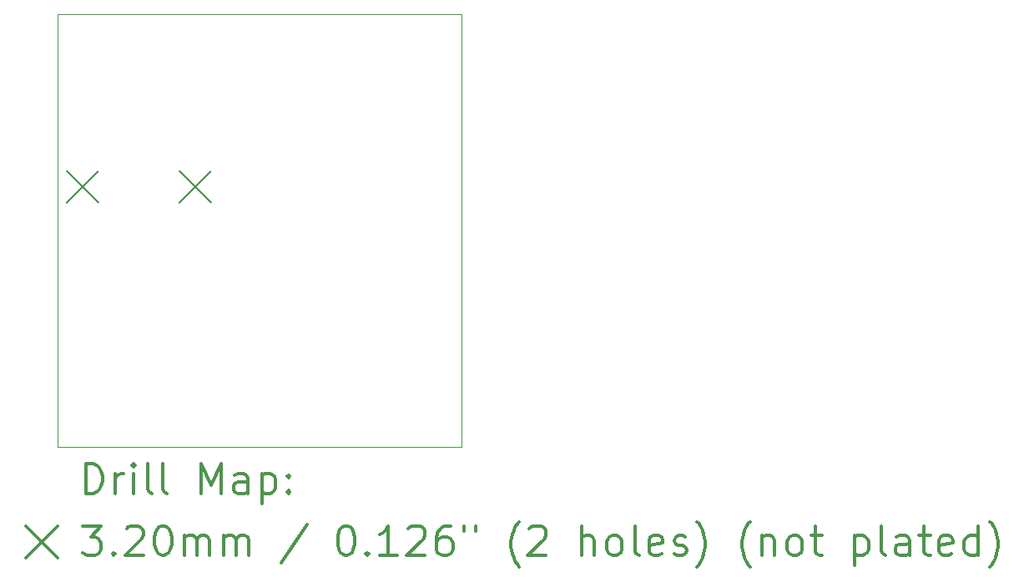
<source format=gbr>
%FSLAX45Y45*%
G04 Gerber Fmt 4.5, Leading zero omitted, Abs format (unit mm)*
G04 Created by KiCad (PCBNEW 5.1.9-73d0e3b20d~88~ubuntu20.04.1) date 2021-04-29 00:32:56*
%MOMM*%
%LPD*%
G01*
G04 APERTURE LIST*
%TA.AperFunction,Profile*%
%ADD10C,0.050000*%
%TD*%
%ADD11C,0.200000*%
%ADD12C,0.300000*%
G04 APERTURE END LIST*
D10*
X9270000Y-12870000D02*
X9270000Y-8470000D01*
X13370000Y-12870000D02*
X9270000Y-12870000D01*
X13370000Y-8470000D02*
X13370000Y-12870000D01*
X9270000Y-8470000D02*
X13370000Y-8470000D01*
D11*
X9363000Y-10065000D02*
X9683000Y-10385000D01*
X9683000Y-10065000D02*
X9363000Y-10385000D01*
X10506000Y-10065000D02*
X10826000Y-10385000D01*
X10826000Y-10065000D02*
X10506000Y-10385000D01*
D12*
X9553928Y-13338214D02*
X9553928Y-13038214D01*
X9625357Y-13038214D01*
X9668214Y-13052500D01*
X9696786Y-13081071D01*
X9711071Y-13109643D01*
X9725357Y-13166786D01*
X9725357Y-13209643D01*
X9711071Y-13266786D01*
X9696786Y-13295357D01*
X9668214Y-13323929D01*
X9625357Y-13338214D01*
X9553928Y-13338214D01*
X9853928Y-13338214D02*
X9853928Y-13138214D01*
X9853928Y-13195357D02*
X9868214Y-13166786D01*
X9882500Y-13152500D01*
X9911071Y-13138214D01*
X9939643Y-13138214D01*
X10039643Y-13338214D02*
X10039643Y-13138214D01*
X10039643Y-13038214D02*
X10025357Y-13052500D01*
X10039643Y-13066786D01*
X10053928Y-13052500D01*
X10039643Y-13038214D01*
X10039643Y-13066786D01*
X10225357Y-13338214D02*
X10196786Y-13323929D01*
X10182500Y-13295357D01*
X10182500Y-13038214D01*
X10382500Y-13338214D02*
X10353928Y-13323929D01*
X10339643Y-13295357D01*
X10339643Y-13038214D01*
X10725357Y-13338214D02*
X10725357Y-13038214D01*
X10825357Y-13252500D01*
X10925357Y-13038214D01*
X10925357Y-13338214D01*
X11196786Y-13338214D02*
X11196786Y-13181071D01*
X11182500Y-13152500D01*
X11153928Y-13138214D01*
X11096786Y-13138214D01*
X11068214Y-13152500D01*
X11196786Y-13323929D02*
X11168214Y-13338214D01*
X11096786Y-13338214D01*
X11068214Y-13323929D01*
X11053928Y-13295357D01*
X11053928Y-13266786D01*
X11068214Y-13238214D01*
X11096786Y-13223929D01*
X11168214Y-13223929D01*
X11196786Y-13209643D01*
X11339643Y-13138214D02*
X11339643Y-13438214D01*
X11339643Y-13152500D02*
X11368214Y-13138214D01*
X11425357Y-13138214D01*
X11453928Y-13152500D01*
X11468214Y-13166786D01*
X11482500Y-13195357D01*
X11482500Y-13281071D01*
X11468214Y-13309643D01*
X11453928Y-13323929D01*
X11425357Y-13338214D01*
X11368214Y-13338214D01*
X11339643Y-13323929D01*
X11611071Y-13309643D02*
X11625357Y-13323929D01*
X11611071Y-13338214D01*
X11596786Y-13323929D01*
X11611071Y-13309643D01*
X11611071Y-13338214D01*
X11611071Y-13152500D02*
X11625357Y-13166786D01*
X11611071Y-13181071D01*
X11596786Y-13166786D01*
X11611071Y-13152500D01*
X11611071Y-13181071D01*
X8947500Y-13672500D02*
X9267500Y-13992500D01*
X9267500Y-13672500D02*
X8947500Y-13992500D01*
X9525357Y-13668214D02*
X9711071Y-13668214D01*
X9611071Y-13782500D01*
X9653928Y-13782500D01*
X9682500Y-13796786D01*
X9696786Y-13811071D01*
X9711071Y-13839643D01*
X9711071Y-13911071D01*
X9696786Y-13939643D01*
X9682500Y-13953929D01*
X9653928Y-13968214D01*
X9568214Y-13968214D01*
X9539643Y-13953929D01*
X9525357Y-13939643D01*
X9839643Y-13939643D02*
X9853928Y-13953929D01*
X9839643Y-13968214D01*
X9825357Y-13953929D01*
X9839643Y-13939643D01*
X9839643Y-13968214D01*
X9968214Y-13696786D02*
X9982500Y-13682500D01*
X10011071Y-13668214D01*
X10082500Y-13668214D01*
X10111071Y-13682500D01*
X10125357Y-13696786D01*
X10139643Y-13725357D01*
X10139643Y-13753929D01*
X10125357Y-13796786D01*
X9953928Y-13968214D01*
X10139643Y-13968214D01*
X10325357Y-13668214D02*
X10353928Y-13668214D01*
X10382500Y-13682500D01*
X10396786Y-13696786D01*
X10411071Y-13725357D01*
X10425357Y-13782500D01*
X10425357Y-13853929D01*
X10411071Y-13911071D01*
X10396786Y-13939643D01*
X10382500Y-13953929D01*
X10353928Y-13968214D01*
X10325357Y-13968214D01*
X10296786Y-13953929D01*
X10282500Y-13939643D01*
X10268214Y-13911071D01*
X10253928Y-13853929D01*
X10253928Y-13782500D01*
X10268214Y-13725357D01*
X10282500Y-13696786D01*
X10296786Y-13682500D01*
X10325357Y-13668214D01*
X10553928Y-13968214D02*
X10553928Y-13768214D01*
X10553928Y-13796786D02*
X10568214Y-13782500D01*
X10596786Y-13768214D01*
X10639643Y-13768214D01*
X10668214Y-13782500D01*
X10682500Y-13811071D01*
X10682500Y-13968214D01*
X10682500Y-13811071D02*
X10696786Y-13782500D01*
X10725357Y-13768214D01*
X10768214Y-13768214D01*
X10796786Y-13782500D01*
X10811071Y-13811071D01*
X10811071Y-13968214D01*
X10953928Y-13968214D02*
X10953928Y-13768214D01*
X10953928Y-13796786D02*
X10968214Y-13782500D01*
X10996786Y-13768214D01*
X11039643Y-13768214D01*
X11068214Y-13782500D01*
X11082500Y-13811071D01*
X11082500Y-13968214D01*
X11082500Y-13811071D02*
X11096786Y-13782500D01*
X11125357Y-13768214D01*
X11168214Y-13768214D01*
X11196786Y-13782500D01*
X11211071Y-13811071D01*
X11211071Y-13968214D01*
X11796786Y-13653929D02*
X11539643Y-14039643D01*
X12182500Y-13668214D02*
X12211071Y-13668214D01*
X12239643Y-13682500D01*
X12253928Y-13696786D01*
X12268214Y-13725357D01*
X12282500Y-13782500D01*
X12282500Y-13853929D01*
X12268214Y-13911071D01*
X12253928Y-13939643D01*
X12239643Y-13953929D01*
X12211071Y-13968214D01*
X12182500Y-13968214D01*
X12153928Y-13953929D01*
X12139643Y-13939643D01*
X12125357Y-13911071D01*
X12111071Y-13853929D01*
X12111071Y-13782500D01*
X12125357Y-13725357D01*
X12139643Y-13696786D01*
X12153928Y-13682500D01*
X12182500Y-13668214D01*
X12411071Y-13939643D02*
X12425357Y-13953929D01*
X12411071Y-13968214D01*
X12396786Y-13953929D01*
X12411071Y-13939643D01*
X12411071Y-13968214D01*
X12711071Y-13968214D02*
X12539643Y-13968214D01*
X12625357Y-13968214D02*
X12625357Y-13668214D01*
X12596786Y-13711071D01*
X12568214Y-13739643D01*
X12539643Y-13753929D01*
X12825357Y-13696786D02*
X12839643Y-13682500D01*
X12868214Y-13668214D01*
X12939643Y-13668214D01*
X12968214Y-13682500D01*
X12982500Y-13696786D01*
X12996786Y-13725357D01*
X12996786Y-13753929D01*
X12982500Y-13796786D01*
X12811071Y-13968214D01*
X12996786Y-13968214D01*
X13253928Y-13668214D02*
X13196786Y-13668214D01*
X13168214Y-13682500D01*
X13153928Y-13696786D01*
X13125357Y-13739643D01*
X13111071Y-13796786D01*
X13111071Y-13911071D01*
X13125357Y-13939643D01*
X13139643Y-13953929D01*
X13168214Y-13968214D01*
X13225357Y-13968214D01*
X13253928Y-13953929D01*
X13268214Y-13939643D01*
X13282500Y-13911071D01*
X13282500Y-13839643D01*
X13268214Y-13811071D01*
X13253928Y-13796786D01*
X13225357Y-13782500D01*
X13168214Y-13782500D01*
X13139643Y-13796786D01*
X13125357Y-13811071D01*
X13111071Y-13839643D01*
X13396786Y-13668214D02*
X13396786Y-13725357D01*
X13511071Y-13668214D02*
X13511071Y-13725357D01*
X13953928Y-14082500D02*
X13939643Y-14068214D01*
X13911071Y-14025357D01*
X13896786Y-13996786D01*
X13882500Y-13953929D01*
X13868214Y-13882500D01*
X13868214Y-13825357D01*
X13882500Y-13753929D01*
X13896786Y-13711071D01*
X13911071Y-13682500D01*
X13939643Y-13639643D01*
X13953928Y-13625357D01*
X14053928Y-13696786D02*
X14068214Y-13682500D01*
X14096786Y-13668214D01*
X14168214Y-13668214D01*
X14196786Y-13682500D01*
X14211071Y-13696786D01*
X14225357Y-13725357D01*
X14225357Y-13753929D01*
X14211071Y-13796786D01*
X14039643Y-13968214D01*
X14225357Y-13968214D01*
X14582500Y-13968214D02*
X14582500Y-13668214D01*
X14711071Y-13968214D02*
X14711071Y-13811071D01*
X14696786Y-13782500D01*
X14668214Y-13768214D01*
X14625357Y-13768214D01*
X14596786Y-13782500D01*
X14582500Y-13796786D01*
X14896786Y-13968214D02*
X14868214Y-13953929D01*
X14853928Y-13939643D01*
X14839643Y-13911071D01*
X14839643Y-13825357D01*
X14853928Y-13796786D01*
X14868214Y-13782500D01*
X14896786Y-13768214D01*
X14939643Y-13768214D01*
X14968214Y-13782500D01*
X14982500Y-13796786D01*
X14996786Y-13825357D01*
X14996786Y-13911071D01*
X14982500Y-13939643D01*
X14968214Y-13953929D01*
X14939643Y-13968214D01*
X14896786Y-13968214D01*
X15168214Y-13968214D02*
X15139643Y-13953929D01*
X15125357Y-13925357D01*
X15125357Y-13668214D01*
X15396786Y-13953929D02*
X15368214Y-13968214D01*
X15311071Y-13968214D01*
X15282500Y-13953929D01*
X15268214Y-13925357D01*
X15268214Y-13811071D01*
X15282500Y-13782500D01*
X15311071Y-13768214D01*
X15368214Y-13768214D01*
X15396786Y-13782500D01*
X15411071Y-13811071D01*
X15411071Y-13839643D01*
X15268214Y-13868214D01*
X15525357Y-13953929D02*
X15553928Y-13968214D01*
X15611071Y-13968214D01*
X15639643Y-13953929D01*
X15653928Y-13925357D01*
X15653928Y-13911071D01*
X15639643Y-13882500D01*
X15611071Y-13868214D01*
X15568214Y-13868214D01*
X15539643Y-13853929D01*
X15525357Y-13825357D01*
X15525357Y-13811071D01*
X15539643Y-13782500D01*
X15568214Y-13768214D01*
X15611071Y-13768214D01*
X15639643Y-13782500D01*
X15753928Y-14082500D02*
X15768214Y-14068214D01*
X15796786Y-14025357D01*
X15811071Y-13996786D01*
X15825357Y-13953929D01*
X15839643Y-13882500D01*
X15839643Y-13825357D01*
X15825357Y-13753929D01*
X15811071Y-13711071D01*
X15796786Y-13682500D01*
X15768214Y-13639643D01*
X15753928Y-13625357D01*
X16296786Y-14082500D02*
X16282500Y-14068214D01*
X16253928Y-14025357D01*
X16239643Y-13996786D01*
X16225357Y-13953929D01*
X16211071Y-13882500D01*
X16211071Y-13825357D01*
X16225357Y-13753929D01*
X16239643Y-13711071D01*
X16253928Y-13682500D01*
X16282500Y-13639643D01*
X16296786Y-13625357D01*
X16411071Y-13768214D02*
X16411071Y-13968214D01*
X16411071Y-13796786D02*
X16425357Y-13782500D01*
X16453928Y-13768214D01*
X16496786Y-13768214D01*
X16525357Y-13782500D01*
X16539643Y-13811071D01*
X16539643Y-13968214D01*
X16725357Y-13968214D02*
X16696786Y-13953929D01*
X16682500Y-13939643D01*
X16668214Y-13911071D01*
X16668214Y-13825357D01*
X16682500Y-13796786D01*
X16696786Y-13782500D01*
X16725357Y-13768214D01*
X16768214Y-13768214D01*
X16796786Y-13782500D01*
X16811071Y-13796786D01*
X16825357Y-13825357D01*
X16825357Y-13911071D01*
X16811071Y-13939643D01*
X16796786Y-13953929D01*
X16768214Y-13968214D01*
X16725357Y-13968214D01*
X16911071Y-13768214D02*
X17025357Y-13768214D01*
X16953928Y-13668214D02*
X16953928Y-13925357D01*
X16968214Y-13953929D01*
X16996786Y-13968214D01*
X17025357Y-13968214D01*
X17353928Y-13768214D02*
X17353928Y-14068214D01*
X17353928Y-13782500D02*
X17382500Y-13768214D01*
X17439643Y-13768214D01*
X17468214Y-13782500D01*
X17482500Y-13796786D01*
X17496786Y-13825357D01*
X17496786Y-13911071D01*
X17482500Y-13939643D01*
X17468214Y-13953929D01*
X17439643Y-13968214D01*
X17382500Y-13968214D01*
X17353928Y-13953929D01*
X17668214Y-13968214D02*
X17639643Y-13953929D01*
X17625357Y-13925357D01*
X17625357Y-13668214D01*
X17911071Y-13968214D02*
X17911071Y-13811071D01*
X17896786Y-13782500D01*
X17868214Y-13768214D01*
X17811071Y-13768214D01*
X17782500Y-13782500D01*
X17911071Y-13953929D02*
X17882500Y-13968214D01*
X17811071Y-13968214D01*
X17782500Y-13953929D01*
X17768214Y-13925357D01*
X17768214Y-13896786D01*
X17782500Y-13868214D01*
X17811071Y-13853929D01*
X17882500Y-13853929D01*
X17911071Y-13839643D01*
X18011071Y-13768214D02*
X18125357Y-13768214D01*
X18053928Y-13668214D02*
X18053928Y-13925357D01*
X18068214Y-13953929D01*
X18096786Y-13968214D01*
X18125357Y-13968214D01*
X18339643Y-13953929D02*
X18311071Y-13968214D01*
X18253928Y-13968214D01*
X18225357Y-13953929D01*
X18211071Y-13925357D01*
X18211071Y-13811071D01*
X18225357Y-13782500D01*
X18253928Y-13768214D01*
X18311071Y-13768214D01*
X18339643Y-13782500D01*
X18353928Y-13811071D01*
X18353928Y-13839643D01*
X18211071Y-13868214D01*
X18611071Y-13968214D02*
X18611071Y-13668214D01*
X18611071Y-13953929D02*
X18582500Y-13968214D01*
X18525357Y-13968214D01*
X18496786Y-13953929D01*
X18482500Y-13939643D01*
X18468214Y-13911071D01*
X18468214Y-13825357D01*
X18482500Y-13796786D01*
X18496786Y-13782500D01*
X18525357Y-13768214D01*
X18582500Y-13768214D01*
X18611071Y-13782500D01*
X18725357Y-14082500D02*
X18739643Y-14068214D01*
X18768214Y-14025357D01*
X18782500Y-13996786D01*
X18796786Y-13953929D01*
X18811071Y-13882500D01*
X18811071Y-13825357D01*
X18796786Y-13753929D01*
X18782500Y-13711071D01*
X18768214Y-13682500D01*
X18739643Y-13639643D01*
X18725357Y-13625357D01*
M02*

</source>
